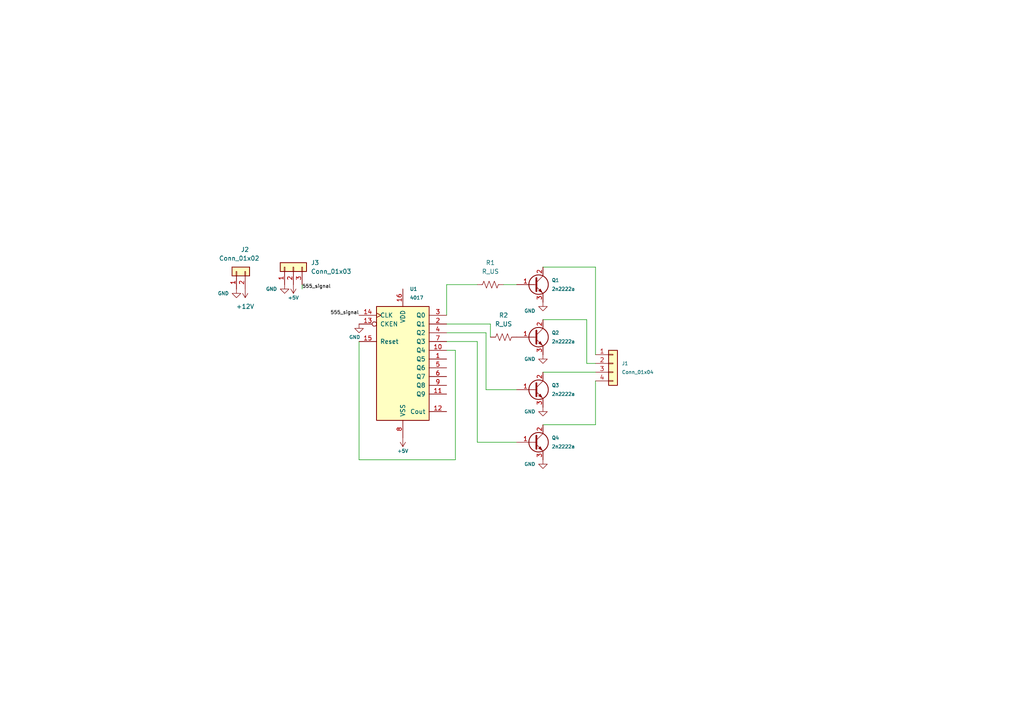
<source format=kicad_sch>
(kicad_sch (version 20211123) (generator eeschema)
  (paper "A4")
  (lib_symbols
    (symbol "4xxx:4017" (pin_names (offset 1.016))
      (property "Reference" "U" (at -7.62 16.51 0))
      (property "Value" "4017" (at -7.62 -19.05 0))
      (symbol "4017_1_0"
        (pin output line (at 12.7 0 180) (length 5.08) (name "Q5") (number "1"))
        (pin output line (at 12.7 2.54 180) (length 5.08) (name "Q4") (number "10"))
        (pin output line (at 12.7 -10.16 180) (length 5.08) (name "Q9") (number "11"))
        (pin output line (at 12.7 -15.24 180) (length 5.08) (name "Cout") (number "12"))
        (pin input inverted (at -12.7 10.16 0) (length 5.08) (name "CKEN") (number "13"))
        (pin input clock (at -12.7 12.7 0) (length 5.08) (name "CLK") (number "14"))
        (pin input line (at -12.7 5.08 0) (length 5.08) (name "Reset") (number "15"))
        (pin power_in line (at 0 20.32 270) (length 5.08) (name "VDD") (number "16"))
        (pin output line (at 12.7 10.16 180) (length 5.08) (name "Q1") (number "2"))
        (pin output line (at 12.7 12.7 180) (length 5.08) (name "Q0") (number "3"))
        (pin output line (at 12.7 7.62 180) (length 5.08) (name "Q2") (number "4"))
        (pin output line (at 12.7 -2.54 180) (length 5.08) (name "Q6") (number "5"))
        (pin output line (at 12.7 -5.08 180) (length 5.08) (name "Q7") (number "6"))
        (pin output line (at 12.7 5.08 180) (length 5.08) (name "Q3") (number "7"))
        (pin power_in line (at 0 -22.86 90) (length 5.08) (name "VSS") (number "8"))
        (pin output line (at 12.7 -7.62 180) (length 5.08) (name "Q8") (number "9"))
      )
      (symbol "4017_1_1"
        (rectangle (start -7.62 15.24) (end 7.62 -17.78) (stroke (width 0.254)) (fill (type background)))
      )
    )
    (symbol "Connector_Generic:Conn_01x02" (pin_names (offset 1.016) hide)
      (property "Reference" "J" (at 0 2.54 0))
      (property "Value" "Conn_01x02" (at 0 -5.08 0))
      (symbol "Conn_01x02_1_1"
        (rectangle (start -1.27 -2.413) (end 0 -2.667) (stroke (width 0.1524)))
        (rectangle (start -1.27 0.127) (end 0 -0.127) (stroke (width 0.1524)))
        (rectangle (start -1.27 1.27) (end 1.27 -3.81) (stroke (width 0.254)) (fill (type background)))
        (pin passive line (at -5.08 0 0) (length 3.81) (name "Pin_1") (number "1"))
        (pin passive line (at -5.08 -2.54 0) (length 3.81) (name "Pin_2") (number "2"))
      )
    )
    (symbol "Connector_Generic:Conn_01x03" (pin_names (offset 1.016) hide)
      (property "Reference" "J" (at 0 5.08 0))
      (property "Value" "Conn_01x03" (at 0 -5.08 0))
      (symbol "Conn_01x03_1_1"
        (rectangle (start -1.27 -2.413) (end 0 -2.667) (stroke (width 0.1524)))
        (rectangle (start -1.27 0.127) (end 0 -0.127) (stroke (width 0.1524)))
        (rectangle (start -1.27 2.667) (end 0 2.413) (stroke (width 0.1524)))
        (rectangle (start -1.27 3.81) (end 1.27 -3.81) (stroke (width 0.254)) (fill (type background)))
        (pin passive line (at -5.08 2.54 0) (length 3.81) (name "Pin_1") (number "1"))
        (pin passive line (at -5.08 0 0) (length 3.81) (name "Pin_2") (number "2"))
        (pin passive line (at -5.08 -2.54 0) (length 3.81) (name "Pin_3") (number "3"))
      )
    )
    (symbol "Connector_Generic:Conn_01x04" (pin_names (offset 1.016) hide)
      (property "Reference" "J" (at 0 5.08 0))
      (property "Value" "Conn_01x04" (at 0 -7.62 0))
      (symbol "Conn_01x04_1_1"
        (rectangle (start -1.27 -4.953) (end 0 -5.207) (stroke (width 0.1524)))
        (rectangle (start -1.27 -2.413) (end 0 -2.667) (stroke (width 0.1524)))
        (rectangle (start -1.27 0.127) (end 0 -0.127) (stroke (width 0.1524)))
        (rectangle (start -1.27 2.667) (end 0 2.413) (stroke (width 0.1524)))
        (rectangle (start -1.27 3.81) (end 1.27 -6.35) (stroke (width 0.254)) (fill (type background)))
        (pin passive line (at -5.08 2.54 0) (length 3.81) (name "Pin_1") (number "1"))
        (pin passive line (at -5.08 0 0) (length 3.81) (name "Pin_2") (number "2"))
        (pin passive line (at -5.08 -2.54 0) (length 3.81) (name "Pin_3") (number "3"))
        (pin passive line (at -5.08 -5.08 0) (length 3.81) (name "Pin_4") (number "4"))
      )
    )
    (symbol "Device:R_US" (pin_numbers hide) (pin_names (offset 0))
      (property "Reference" "R" (at 2.54 0 90))
      (property "Value" "R_US" (at -2.54 0 90))
      (symbol "R_US_0_1"
        (polyline (pts (xy 0 -2.286) (xy 0 -2.54)))
        (polyline (pts (xy 0 2.286) (xy 0 2.54)))
        (polyline (pts (xy 0 -0.762) (xy 1.016 -1.143) (xy 0 -1.524) (xy -1.016 -1.905) (xy 0 -2.286)))
        (polyline (pts (xy 0 0.762) (xy 1.016 0.381) (xy 0 0) (xy -1.016 -0.381) (xy 0 -0.762)))
        (polyline (pts (xy 0 2.286) (xy 1.016 1.905) (xy 0 1.524) (xy -1.016 1.143) (xy 0 0.762)))
      )
      (symbol "R_US_1_1"
        (pin passive line (at 0 3.81 270) (length 1.27) (name "~") (number "1"))
        (pin passive line (at 0 -3.81 90) (length 1.27) (name "~") (number "2"))
      )
    )
    (symbol "Transistor_BJT:2SD1047" (pin_names (offset 0) hide)
      (property "Reference" "Q" (at 6.35 1.905 0))
      (property "Value" "2SD1047" (at 6.35 0 0))
      (symbol "2SD1047_0_1"
        (polyline (pts (xy 0 0) (xy 0.762 0)))
        (polyline (pts (xy 0.635 0.635) (xy 2.54 2.54)))
        (polyline (pts (xy 0.635 -0.635) (xy 2.54 -2.54) (xy 2.54 -2.54)))
        (polyline (pts (xy 0.635 1.905) (xy 0.635 -1.905) (xy 0.635 -1.905)) (stroke (width 0.508)))
        (polyline (pts (xy 1.27 -1.778) (xy 1.778 -1.27) (xy 2.286 -2.286) (xy 1.27 -1.778) (xy 1.27 -1.778)) (fill (type outline)))
        (circle (center 1.27 0) (radius 2.8194) (stroke (width 0.254)))
      )
      (symbol "2SD1047_1_1"
        (pin input line (at -5.08 0 0) (length 5.08) (name "B") (number "1"))
        (pin passive line (at 2.54 5.08 270) (length 2.54) (name "C") (number "2"))
        (pin passive line (at 2.54 -5.08 90) (length 2.54) (name "E") (number "3"))
      )
    )
    (symbol "power:+12V" (power) (pin_names (offset 0))
      (property "Value" "+12V" (at 0 3.556 0))
      (symbol "+12V_0_1"
        (polyline (pts (xy -0.762 1.27) (xy 0 2.54)))
        (polyline (pts (xy 0 0) (xy 0 2.54)))
        (polyline (pts (xy 0 2.54) (xy 0.762 1.27)))
      )
      (symbol "+12V_1_1"
        (pin power_in line (at 0 0 90) (length 0) hide (name "+12V") (number "1"))
      )
    )
    (symbol "power:+5V" (power) (pin_names (offset 0))
      (property "Value" "+5V" (at 0 3.556 0))
      (symbol "+5V_0_1"
        (polyline (pts (xy -0.762 1.27) (xy 0 2.54)))
        (polyline (pts (xy 0 0) (xy 0 2.54)))
        (polyline (pts (xy 0 2.54) (xy 0.762 1.27)))
      )
      (symbol "+5V_1_1"
        (pin power_in line (at 0 0 90) (length 0) hide (name "+5V") (number "1"))
      )
    )
    (symbol "power:GND" (power) (pin_names (offset 0))
      (property "Value" "GND" (at 0 -3.81 0))
      (symbol "GND_0_1"
        (polyline (pts (xy 0 0) (xy 0 -1.27) (xy 1.27 -1.27) (xy 0 -2.54) (xy -1.27 -1.27) (xy 0 -1.27)))
      )
      (symbol "GND_1_1"
        (pin power_in line (at 0 0 270) (length 0) hide (name "GND") (number "1"))
      )
    )
  )
  (wire (pts (xy 138.43 82.55) (xy 129.54 82.55)))
  (wire (pts (xy 142.24 93.98) (xy 142.24 97.79)))
  (wire (pts (xy 157.48 92.71) (xy 170.18 92.71)))
  (wire (pts (xy 138.43 99.06) (xy 138.43 128.27)))
  (wire (pts (xy 140.97 96.52) (xy 140.97 113.03)))
  (wire (pts (xy 129.54 96.52) (xy 140.97 96.52)))
  (wire (pts (xy 132.08 133.35) (xy 104.14 133.35)))
  (wire (pts (xy 132.08 101.6) (xy 132.08 133.35)))
  (wire (pts (xy 129.54 82.55) (xy 129.54 91.44)))
  (wire (pts (xy 149.86 82.55) (xy 146.05 82.55)))
  (wire (pts (xy 172.72 77.47) (xy 172.72 102.87)))
  (wire (pts (xy 170.18 105.41) (xy 172.72 105.41)))
  (wire (pts (xy 140.97 113.03) (xy 149.86 113.03)))
  (wire (pts (xy 129.54 99.06) (xy 138.43 99.06)))
  (wire (pts (xy 157.48 77.47) (xy 172.72 77.47)))
  (wire (pts (xy 138.43 128.27) (xy 149.86 128.27)))
  (wire (pts (xy 129.54 93.98) (xy 142.24 93.98)))
  (wire (pts (xy 170.18 92.71) (xy 170.18 105.41)))
  (wire (pts (xy 172.72 123.19) (xy 172.72 110.49)))
  (wire (pts (xy 104.14 133.35) (xy 104.14 99.06)))
  (wire (pts (xy 129.54 101.6) (xy 132.08 101.6)))
  (wire (pts (xy 87.63 83.82) (xy 87.63 82.55)))
  (wire (pts (xy 157.48 107.95) (xy 172.72 107.95)))
  (wire (pts (xy 157.48 123.19) (xy 172.72 123.19)))
  (label "555_signal" (at 87.63 83.82 0) (effects (font (size 1 1))))
  (label "555_signal" (at 104.14 91.44 180) (effects (font (size 1 1))))
  (symbol (lib_id "power:GND") (at 157.48 133.35 0) (unit 1)
    (property "Reference" "#PWR0105" (effects hide))
    (property "Value" "GND" (at 153.67 134.62 0) (effects (font (size 1 1))))
  )
  (symbol (lib_id "Device:R_US") (at 142.24 82.55 270) (unit 1)
    (property "Reference" "R1" (at 142.24 76.2 90))
    (property "Value" "R_US" (at 142.24 78.74 90))
    (property "Footprint" "Resistor_THT:R_Axial_DIN0207_L6.3mm_D2.5mm_P15.24mm_Horizontal" (effects hide))
  )
  (symbol (lib_id "power:GND") (at 157.48 118.11 0) (unit 1)
    (property "Reference" "#PWR0106" (effects hide))
    (property "Value" "GND" (at 153.67 119.38 0) (effects (font (size 1 1))))
  )
  (symbol (lib_id "power:GND") (at 104.14 93.98 0) (unit 1)
    (property "Reference" "#PWR0101" (effects hide))
    (property "Value" "GND" (at 102.87 97.79 0) (effects (font (size 1 1))))
  )
  (symbol (lib_id "Transistor_BJT:2SD1047") (at 154.94 113.03 0) (unit 1)
    (property "Reference" "Q3" (at 160.02 111.7599 0) (effects (font (size 1 1)) (justify left)))
    (property "Value" "2n2222a" (at 160.02 114.2999 0) (effects (font (size 1 1)) (justify left)))
    (property "Footprint" "Package_TO_SOT_THT:TO-3PB-3_Vertical" (effects hide))
    (property "Datasheet" "http://www.st.com/resource/en/datasheet/2sd1047.pdf" (effects hide))
  )
  (symbol (lib_id "Transistor_BJT:2SD1047") (at 154.94 128.27 0) (unit 1)
    (property "Reference" "Q4" (at 160.02 126.9999 0) (effects (font (size 1 1)) (justify left)))
    (property "Value" "2n2222a" (at 160.02 129.5399 0) (effects (font (size 1 1)) (justify left)))
    (property "Footprint" "Package_TO_SOT_THT:TO-3PB-3_Vertical" (effects hide))
    (property "Datasheet" "http://www.st.com/resource/en/datasheet/2sd1047.pdf" (effects hide))
  )
  (symbol (lib_id "power:GND") (at 82.55 82.55 0) (unit 1)
    (property "Reference" "#PWR0108" (effects hide))
    (property "Value" "GND" (at 78.74 83.82 0) (effects (font (size 1 1))))
  )
  (symbol (lib_id "Transistor_BJT:2SD1047") (at 154.94 97.79 0) (unit 1)
    (property "Reference" "Q2" (at 160.02 96.5199 0) (effects (font (size 1 1)) (justify left)))
    (property "Value" "2n2222a" (at 160.02 99.0599 0) (effects (font (size 1 1)) (justify left)))
    (property "Footprint" "Package_TO_SOT_THT:TO-3PB-3_Vertical" (effects hide))
    (property "Datasheet" "http://www.st.com/resource/en/datasheet/2sd1047.pdf" (effects hide))
  )
  (symbol (lib_id "Connector_Generic:Conn_01x03") (at 85.09 77.47 90) (unit 1)
    (property "Reference" "J3" (at 90.17 76.1999 90) (effects (justify right)))
    (property "Value" "Conn_01x03" (at 90.17 78.7399 90) (effects (justify right)))
    (property "Footprint" "TerminalBlock:TerminalBlock_bornier-3_P5.08mm" (effects hide))
  )
  (symbol (lib_id "Connector_Generic:Conn_01x04") (at 177.8 105.41 0) (unit 1)
    (property "Reference" "J1" (at 180.34 105.4099 0) (effects (font (size 1 1)) (justify left)))
    (property "Value" "Conn_01x04" (at 180.34 107.9499 0) (effects (font (size 1 1)) (justify left)))
    (property "Footprint" "TerminalBlock:TerminalBlock_bornier-4_P5.08mm" (effects hide))
  )
  (symbol (lib_id "power:+5V") (at 85.09 82.55 180) (unit 1)
    (property "Reference" "#PWR0107" (effects hide))
    (property "Value" "+5V" (at 85.09 86.36 0) (effects (font (size 1 1))))
  )
  (symbol (lib_id "Transistor_BJT:2SD1047") (at 154.94 82.55 0) (unit 1)
    (property "Reference" "Q1" (at 160.02 81.2799 0) (effects (font (size 1 1)) (justify left)))
    (property "Value" "2n2222a" (at 160.02 83.8199 0) (effects (font (size 1 1)) (justify left)))
    (property "Footprint" "Package_TO_SOT_THT:TO-3PB-3_Vertical" (effects hide))
    (property "Datasheet" "http://www.st.com/resource/en/datasheet/2sd1047.pdf" (effects hide))
  )
  (symbol (lib_id "Connector_Generic:Conn_01x02") (at 68.58 78.74 90) (unit 1)
    (property "Reference" "J2" (at 69.85 72.39 90) (effects (justify right)))
    (property "Value" "Conn_01x02" (at 63.5 74.93 90) (effects (justify right)))
    (property "Footprint" "TerminalBlock:TerminalBlock_bornier-2_P5.08mm" (effects hide))
  )
  (symbol (lib_id "power:+5V") (at 116.84 127 180) (unit 1)
    (property "Reference" "#PWR0102" (effects hide))
    (property "Value" "+5V" (at 116.84 130.81 0) (effects (font (size 1 1))))
  )
  (symbol (lib_id "4xxx:4017") (at 116.84 104.14 0) (unit 1)
    (property "Reference" "U1" (at 118.8594 83.82 0) (effects (font (size 1 1)) (justify left)))
    (property "Value" "4017" (at 118.8594 86.36 0) (effects (font (size 1 1)) (justify left)))
    (property "Footprint" "Package_DIP:DIP-16_W7.62mm_Socket_LongPads" (effects hide))
    (property "Datasheet" "http://www.intersil.com/content/dam/Intersil/documents/cd40/cd4017bms-22bms.pdf" (effects hide))
  )
  (symbol (lib_id "power:GND") (at 157.48 102.87 0) (unit 1)
    (property "Reference" "#PWR0103" (effects hide))
    (property "Value" "GND" (at 153.67 104.14 0) (effects (font (size 1 1))))
  )
  (symbol (lib_id "power:GND") (at 157.48 87.63 0) (unit 1)
    (property "Reference" "#PWR0104" (effects hide))
    (property "Value" "GND" (at 153.67 90.17 0) (effects (font (size 1 1))))
  )
  (symbol (lib_id "power:GND") (at 68.58 83.82 0) (unit 1)
    (property "Reference" "#PWR0109" (effects hide))
    (property "Value" "GND" (at 64.77 85.09 0) (effects (font (size 1 1))))
  )
  (symbol (lib_id "Device:R_US") (at 146.05 97.79 270) (unit 1)
    (property "Reference" "R2" (at 146.05 91.44 90))
    (property "Value" "R_US" (at 146.05 93.98 90))
    (property "Footprint" "Resistor_THT:R_Axial_DIN0207_L6.3mm_D2.5mm_P15.24mm_Horizontal" (effects hide))
  )
  (symbol (lib_id "power:+12V") (at 71.12 83.82 180) (unit 1)
    (property "Reference" "#PWR0110" (effects hide))
    (property "Value" "+12V" (at 71.12 88.9 0))
  )
)
</source>
